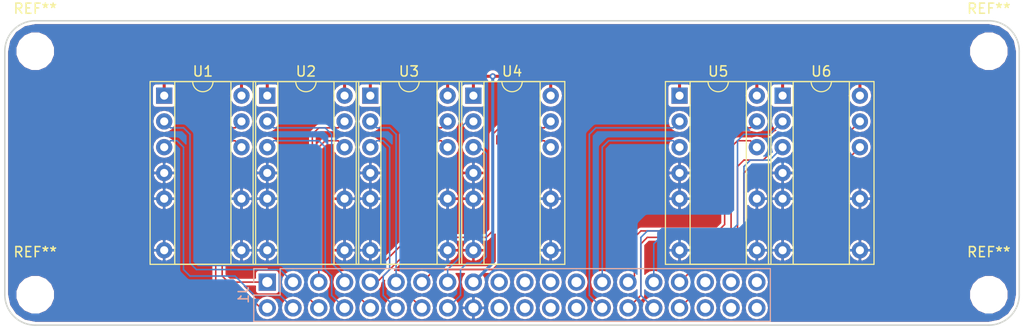
<source format=kicad_pcb>
(kicad_pcb (version 20170123) (host pcbnew "(2017-06-30 revision 5d252639f)-makepkg")
  (layers (0 F.Cu signal) (31 B.Cu signal) (34 B.Paste user) (35 F.Paste user) (36 B.SilkS user) (37 F.SilkS user) (38 B.Mask user) (39 F.Mask user) (44 Edge.Cuts user))
  (net 0 "")
  (net 1 HALT)
  (net 2 BUSACK)
  (net 3 NMI)
  (net 4 WAIT)
  (net 5 BUSRQ)
  (net 6 RFSH)
  (net 7 /D7)
  (net 8 /D6)
  (net 9 /D5)
  (net 10 /D4)
  (net 11 /D3)
  (net 12 /D2)
  (net 13 /D1)
  (net 14 /D0)
  (net 15 IORQ)
  (net 16 RD)
  (net 17 WR)
  (net 18 MREQ)
  (net 19 INT)
  (net 20 CLOCK)
  (net 21 RESET)
  (net 22 M1)
  (net 23 GND)
  (net 24 +5V)
  (net 25 /A0)
  (net 26 /A1)
  (net 27 /A2)
  (net 28 /A3)
  (net 29 /A4)
  (net 30 /A5)
  (net 31 /A6)
  (net 32 /A7)
  (net 33 /A8)
  (net 34 /A9)
  (net 35 /A10)
  (net 36 /A11)
  (net 37 /A12)
  (net 38 /A13)
  (net 39 /A14)
  (net 40 /A15)
  (module Mounting_Holes:MountingHole_3.2mm_M3 (layer F.Cu) (at 184 116)
    (fp_text reference REF** (at 0 -4.2) (layer F.SilkS))
    (fp_text value MountingHole_3.2mm_M3)
    (pad 1 np_thru_hole circle (at 0 0) (size 3.2 3.2) (drill 3.2) (layers *.Cu *.Mask))
  )
  (module Mounting_Holes:MountingHole_3.2mm_M3 (layer F.Cu) (at 90 116)
    (fp_text reference REF** (at 0 -4.2) (layer F.SilkS))
    (fp_text value MountingHole_3.2mm_M3)
    (pad 1 np_thru_hole circle (at 0 0) (size 3.2 3.2) (drill 3.2) (layers *.Cu *.Mask))
  )
  (module Pin_Headers:Pin_Header_Straight_2x20_Pitch2.54mm (layer B.Cu) (at 112.87 138.76 270)
    (fp_text reference J1 (at 1.27 2.33 270) (layer B.SilkS) (effects (justify mirror)))
    (fp_text value CONN_01X40)
    (fp_line (start -1.33 1.33) (end 0 1.33) (layer B.SilkS) (width 0.12))
    (fp_line (start -1.33 0) (end -1.33 1.33) (layer B.SilkS) (width 0.12))
    (fp_line (start 1.27 1.33) (end 3.87 1.33) (layer B.SilkS) (width 0.12))
    (fp_line (start 1.27 -1.27) (end 1.27 1.33) (layer B.SilkS) (width 0.12))
    (fp_line (start -1.33 -1.27) (end 1.27 -1.27) (layer B.SilkS) (width 0.12))
    (fp_line (start 3.87 1.33) (end 3.87 -49.59) (layer B.SilkS) (width 0.12))
    (fp_line (start -1.33 -1.27) (end -1.33 -49.59) (layer B.SilkS) (width 0.12))
    (fp_line (start -1.33 -49.59) (end 3.87 -49.59) (layer B.SilkS) (width 0.12))
    (pad 40 thru_hole oval (at 2.54 -48.26 270) (size 1.7 1.7) (drill 1) (layers *.Cu *.Mask) (net 1 HALT))
    (pad 39 thru_hole oval (at 0 -48.26 270) (size 1.7 1.7) (drill 1) (layers *.Cu *.Mask) (net 2 BUSACK))
    (pad 38 thru_hole oval (at 2.54 -45.72 270) (size 1.7 1.7) (drill 1) (layers *.Cu *.Mask) (net 3 NMI))
    (pad 37 thru_hole oval (at 0 -45.72 270) (size 1.7 1.7) (drill 1) (layers *.Cu *.Mask) (net 4 WAIT))
    (pad 36 thru_hole oval (at 2.54 -43.18 270) (size 1.7 1.7) (drill 1) (layers *.Cu *.Mask) (net 5 BUSRQ))
    (pad 35 thru_hole oval (at 0 -43.18 270) (size 1.7 1.7) (drill 1) (layers *.Cu *.Mask) (net 6 RFSH))
    (pad 34 thru_hole oval (at 2.54 -40.64 270) (size 1.7 1.7) (drill 1) (layers *.Cu *.Mask) (net 7 /D7))
    (pad 33 thru_hole oval (at 0 -40.64 270) (size 1.7 1.7) (drill 1) (layers *.Cu *.Mask) (net 8 /D6))
    (pad 32 thru_hole oval (at 2.54 -38.1 270) (size 1.7 1.7) (drill 1) (layers *.Cu *.Mask) (net 9 /D5))
    (pad 31 thru_hole oval (at 0 -38.1 270) (size 1.7 1.7) (drill 1) (layers *.Cu *.Mask) (net 10 /D4))
    (pad 30 thru_hole oval (at 2.54 -35.56 270) (size 1.7 1.7) (drill 1) (layers *.Cu *.Mask) (net 11 /D3))
    (pad 29 thru_hole oval (at 0 -35.56 270) (size 1.7 1.7) (drill 1) (layers *.Cu *.Mask) (net 12 /D2))
    (pad 28 thru_hole oval (at 2.54 -33.02 270) (size 1.7 1.7) (drill 1) (layers *.Cu *.Mask) (net 13 /D1))
    (pad 27 thru_hole oval (at 0 -33.02 270) (size 1.7 1.7) (drill 1) (layers *.Cu *.Mask) (net 14 /D0))
    (pad 26 thru_hole oval (at 2.54 -30.48 270) (size 1.7 1.7) (drill 1) (layers *.Cu *.Mask) (net 15 IORQ))
    (pad 25 thru_hole oval (at 0 -30.48 270) (size 1.7 1.7) (drill 1) (layers *.Cu *.Mask) (net 16 RD))
    (pad 24 thru_hole oval (at 2.54 -27.94 270) (size 1.7 1.7) (drill 1) (layers *.Cu *.Mask) (net 17 WR))
    (pad 23 thru_hole oval (at 0 -27.94 270) (size 1.7 1.7) (drill 1) (layers *.Cu *.Mask) (net 18 MREQ))
    (pad 22 thru_hole oval (at 2.54 -25.4 270) (size 1.7 1.7) (drill 1) (layers *.Cu *.Mask) (net 19 INT))
    (pad 21 thru_hole oval (at 0 -25.4 270) (size 1.7 1.7) (drill 1) (layers *.Cu *.Mask) (net 20 CLOCK))
    (pad 20 thru_hole oval (at 2.54 -22.86 270) (size 1.7 1.7) (drill 1) (layers *.Cu *.Mask) (net 21 RESET))
    (pad 19 thru_hole oval (at 0 -22.86 270) (size 1.7 1.7) (drill 1) (layers *.Cu *.Mask) (net 22 M1))
    (pad 18 thru_hole oval (at 2.54 -20.32 270) (size 1.7 1.7) (drill 1) (layers *.Cu *.Mask) (net 23 GND))
    (pad 17 thru_hole oval (at 0 -20.32 270) (size 1.7 1.7) (drill 1) (layers *.Cu *.Mask) (net 24 +5V))
    (pad 16 thru_hole oval (at 2.54 -17.78 270) (size 1.7 1.7) (drill 1) (layers *.Cu *.Mask) (net 25 /A0))
    (pad 15 thru_hole oval (at 0 -17.78 270) (size 1.7 1.7) (drill 1) (layers *.Cu *.Mask) (net 26 /A1))
    (pad 14 thru_hole oval (at 2.54 -15.24 270) (size 1.7 1.7) (drill 1) (layers *.Cu *.Mask) (net 27 /A2))
    (pad 13 thru_hole oval (at 0 -15.24 270) (size 1.7 1.7) (drill 1) (layers *.Cu *.Mask) (net 28 /A3))
    (pad 12 thru_hole oval (at 2.54 -12.7 270) (size 1.7 1.7) (drill 1) (layers *.Cu *.Mask) (net 29 /A4))
    (pad 11 thru_hole oval (at 0 -12.7 270) (size 1.7 1.7) (drill 1) (layers *.Cu *.Mask) (net 30 /A5))
    (pad 10 thru_hole oval (at 2.54 -10.16 270) (size 1.7 1.7) (drill 1) (layers *.Cu *.Mask) (net 31 /A6))
    (pad 9 thru_hole oval (at 0 -10.16 270) (size 1.7 1.7) (drill 1) (layers *.Cu *.Mask) (net 32 /A7))
    (pad 8 thru_hole oval (at 2.54 -7.62 270) (size 1.7 1.7) (drill 1) (layers *.Cu *.Mask) (net 33 /A8))
    (pad 7 thru_hole oval (at 0 -7.62 270) (size 1.7 1.7) (drill 1) (layers *.Cu *.Mask) (net 34 /A9))
    (pad 6 thru_hole oval (at 2.54 -5.08 270) (size 1.7 1.7) (drill 1) (layers *.Cu *.Mask) (net 35 /A10))
    (pad 5 thru_hole oval (at 0 -5.08 270) (size 1.7 1.7) (drill 1) (layers *.Cu *.Mask) (net 36 /A11))
    (pad 4 thru_hole oval (at 2.54 -2.54 270) (size 1.7 1.7) (drill 1) (layers *.Cu *.Mask) (net 37 /A12))
    (pad 3 thru_hole oval (at 0 -2.54 270) (size 1.7 1.7) (drill 1) (layers *.Cu *.Mask) (net 38 /A13))
    (pad 2 thru_hole oval (at 2.54 0 270) (size 1.7 1.7) (drill 1) (layers *.Cu *.Mask) (net 39 /A14))
    (pad 1 thru_hole rect (at 0 0 270) (size 1.7 1.7) (drill 1) (layers *.Cu *.Mask) (net 40 /A15))
  )
  (module z80:DIP-14_W7.62mm_Socket (layer F.Cu) (at 102.70998 120.379998)
    (fp_text reference U1 (at 3.81 -2.39) (layer F.SilkS))
    (fp_text value TIL311)
    (fp_arc (start 3.81 -1.39) (end 2.81 -1.39) (angle -180) (layer F.SilkS) (width 0.12))
    (fp_line (start 9.01 -1.39) (end -1.39 -1.39) (layer F.SilkS) (width 0.12))
    (fp_line (start 9.01 16.63) (end 9.01 -1.39) (layer F.SilkS) (width 0.12))
    (fp_line (start -1.39 16.63) (end 9.01 16.63) (layer F.SilkS) (width 0.12))
    (fp_line (start -1.39 -1.39) (end -1.39 16.63) (layer F.SilkS) (width 0.12))
    (fp_line (start 6.58 -1.39) (end 4.81 -1.39) (layer F.SilkS) (width 0.12))
    (fp_line (start 6.58 16.63) (end 6.58 -1.39) (layer F.SilkS) (width 0.12))
    (fp_line (start 1.04 16.63) (end 6.58 16.63) (layer F.SilkS) (width 0.12))
    (fp_line (start 1.04 -1.39) (end 1.04 16.63) (layer F.SilkS) (width 0.12))
    (fp_line (start 2.81 -1.39) (end 1.04 -1.39) (layer F.SilkS) (width 0.12))
    (pad 14 thru_hole oval (at 7.62 0) (size 1.6 1.6) (drill 0.8) (layers *.Cu *.Mask) (net 24 +5V))
    (pad 7 thru_hole oval (at 0 15.24) (size 1.6 1.6) (drill 0.8) (layers *.Cu *.Mask) (net 23 GND))
    (pad 13 thru_hole oval (at 7.62 2.54) (size 1.6 1.6) (drill 0.8) (layers *.Cu *.Mask) (net 39 /A14))
    (pad 12 thru_hole oval (at 7.62 5.08) (size 1.6 1.6) (drill 0.8) (layers *.Cu *.Mask) (net 40 /A15))
    (pad 5 thru_hole oval (at 0 10.16) (size 1.6 1.6) (drill 0.8) (layers *.Cu *.Mask) (net 23 GND))
    (pad 4 thru_hole oval (at 0 7.62) (size 1.6 1.6) (drill 0.8) (layers *.Cu *.Mask) (net 23 GND))
    (pad 10 thru_hole oval (at 7.62 10.16) (size 1.6 1.6) (drill 0.8) (layers *.Cu *.Mask) (net 23 GND))
    (pad 3 thru_hole oval (at 0 5.08) (size 1.6 1.6) (drill 0.8) (layers *.Cu *.Mask) (net 37 /A12))
    (pad 2 thru_hole oval (at 0 2.54) (size 1.6 1.6) (drill 0.8) (layers *.Cu *.Mask) (net 38 /A13))
    (pad 8 thru_hole oval (at 7.62 15.24) (size 1.6 1.6) (drill 0.8) (layers *.Cu *.Mask) (net 23 GND))
    (pad 1 thru_hole rect (at 0 0) (size 1.6 1.6) (drill 0.8) (layers *.Cu *.Mask) (net 24 +5V))
  )
  (module z80:DIP-14_W7.62mm_Socket (layer F.Cu) (at 112.86998 120.379998)
    (fp_text reference U2 (at 3.81 -2.39) (layer F.SilkS))
    (fp_text value TIL311)
    (fp_line (start 2.81 -1.39) (end 1.04 -1.39) (layer F.SilkS) (width 0.12))
    (fp_line (start 1.04 -1.39) (end 1.04 16.63) (layer F.SilkS) (width 0.12))
    (fp_line (start 1.04 16.63) (end 6.58 16.63) (layer F.SilkS) (width 0.12))
    (fp_line (start 6.58 16.63) (end 6.58 -1.39) (layer F.SilkS) (width 0.12))
    (fp_line (start 6.58 -1.39) (end 4.81 -1.39) (layer F.SilkS) (width 0.12))
    (fp_line (start -1.39 -1.39) (end -1.39 16.63) (layer F.SilkS) (width 0.12))
    (fp_line (start -1.39 16.63) (end 9.01 16.63) (layer F.SilkS) (width 0.12))
    (fp_line (start 9.01 16.63) (end 9.01 -1.39) (layer F.SilkS) (width 0.12))
    (fp_line (start 9.01 -1.39) (end -1.39 -1.39) (layer F.SilkS) (width 0.12))
    (fp_arc (start 3.81 -1.39) (end 2.81 -1.39) (angle -180) (layer F.SilkS) (width 0.12))
    (pad 1 thru_hole rect (at 0 0) (size 1.6 1.6) (drill 0.8) (layers *.Cu *.Mask) (net 24 +5V))
    (pad 8 thru_hole oval (at 7.62 15.24) (size 1.6 1.6) (drill 0.8) (layers *.Cu *.Mask) (net 23 GND))
    (pad 2 thru_hole oval (at 0 2.54) (size 1.6 1.6) (drill 0.8) (layers *.Cu *.Mask) (net 34 /A9))
    (pad 3 thru_hole oval (at 0 5.08) (size 1.6 1.6) (drill 0.8) (layers *.Cu *.Mask) (net 33 /A8))
    (pad 10 thru_hole oval (at 7.62 10.16) (size 1.6 1.6) (drill 0.8) (layers *.Cu *.Mask) (net 23 GND))
    (pad 4 thru_hole oval (at 0 7.62) (size 1.6 1.6) (drill 0.8) (layers *.Cu *.Mask) (net 23 GND))
    (pad 5 thru_hole oval (at 0 10.16) (size 1.6 1.6) (drill 0.8) (layers *.Cu *.Mask) (net 23 GND))
    (pad 12 thru_hole oval (at 7.62 5.08) (size 1.6 1.6) (drill 0.8) (layers *.Cu *.Mask) (net 36 /A11))
    (pad 13 thru_hole oval (at 7.62 2.54) (size 1.6 1.6) (drill 0.8) (layers *.Cu *.Mask) (net 35 /A10))
    (pad 7 thru_hole oval (at 0 15.24) (size 1.6 1.6) (drill 0.8) (layers *.Cu *.Mask) (net 23 GND))
    (pad 14 thru_hole oval (at 7.62 0) (size 1.6 1.6) (drill 0.8) (layers *.Cu *.Mask) (net 24 +5V))
  )
  (module z80:DIP-14_W7.62mm_Socket (layer F.Cu) (at 123.02998 120.379998)
    (fp_text reference U3 (at 3.81 -2.39) (layer F.SilkS))
    (fp_text value TIL311)
    (fp_arc (start 3.81 -1.39) (end 2.81 -1.39) (angle -180) (layer F.SilkS) (width 0.12))
    (fp_line (start 9.01 -1.39) (end -1.39 -1.39) (layer F.SilkS) (width 0.12))
    (fp_line (start 9.01 16.63) (end 9.01 -1.39) (layer F.SilkS) (width 0.12))
    (fp_line (start -1.39 16.63) (end 9.01 16.63) (layer F.SilkS) (width 0.12))
    (fp_line (start -1.39 -1.39) (end -1.39 16.63) (layer F.SilkS) (width 0.12))
    (fp_line (start 6.58 -1.39) (end 4.81 -1.39) (layer F.SilkS) (width 0.12))
    (fp_line (start 6.58 16.63) (end 6.58 -1.39) (layer F.SilkS) (width 0.12))
    (fp_line (start 1.04 16.63) (end 6.58 16.63) (layer F.SilkS) (width 0.12))
    (fp_line (start 1.04 -1.39) (end 1.04 16.63) (layer F.SilkS) (width 0.12))
    (fp_line (start 2.81 -1.39) (end 1.04 -1.39) (layer F.SilkS) (width 0.12))
    (pad 14 thru_hole oval (at 7.62 0) (size 1.6 1.6) (drill 0.8) (layers *.Cu *.Mask) (net 24 +5V))
    (pad 7 thru_hole oval (at 0 15.24) (size 1.6 1.6) (drill 0.8) (layers *.Cu *.Mask) (net 23 GND))
    (pad 13 thru_hole oval (at 7.62 2.54) (size 1.6 1.6) (drill 0.8) (layers *.Cu *.Mask) (net 31 /A6))
    (pad 12 thru_hole oval (at 7.62 5.08) (size 1.6 1.6) (drill 0.8) (layers *.Cu *.Mask) (net 32 /A7))
    (pad 5 thru_hole oval (at 0 10.16) (size 1.6 1.6) (drill 0.8) (layers *.Cu *.Mask) (net 23 GND))
    (pad 4 thru_hole oval (at 0 7.62) (size 1.6 1.6) (drill 0.8) (layers *.Cu *.Mask) (net 23 GND))
    (pad 10 thru_hole oval (at 7.62 10.16) (size 1.6 1.6) (drill 0.8) (layers *.Cu *.Mask) (net 23 GND))
    (pad 3 thru_hole oval (at 0 5.08) (size 1.6 1.6) (drill 0.8) (layers *.Cu *.Mask) (net 29 /A4))
    (pad 2 thru_hole oval (at 0 2.54) (size 1.6 1.6) (drill 0.8) (layers *.Cu *.Mask) (net 30 /A5))
    (pad 8 thru_hole oval (at 7.62 15.24) (size 1.6 1.6) (drill 0.8) (layers *.Cu *.Mask) (net 23 GND))
    (pad 1 thru_hole rect (at 0 0) (size 1.6 1.6) (drill 0.8) (layers *.Cu *.Mask) (net 24 +5V))
  )
  (module z80:DIP-14_W7.62mm_Socket (layer F.Cu) (at 133.18998 120.379998)
    (fp_text reference U4 (at 3.81 -2.39) (layer F.SilkS))
    (fp_text value TIL311)
    (fp_line (start 2.81 -1.39) (end 1.04 -1.39) (layer F.SilkS) (width 0.12))
    (fp_line (start 1.04 -1.39) (end 1.04 16.63) (layer F.SilkS) (width 0.12))
    (fp_line (start 1.04 16.63) (end 6.58 16.63) (layer F.SilkS) (width 0.12))
    (fp_line (start 6.58 16.63) (end 6.58 -1.39) (layer F.SilkS) (width 0.12))
    (fp_line (start 6.58 -1.39) (end 4.81 -1.39) (layer F.SilkS) (width 0.12))
    (fp_line (start -1.39 -1.39) (end -1.39 16.63) (layer F.SilkS) (width 0.12))
    (fp_line (start -1.39 16.63) (end 9.01 16.63) (layer F.SilkS) (width 0.12))
    (fp_line (start 9.01 16.63) (end 9.01 -1.39) (layer F.SilkS) (width 0.12))
    (fp_line (start 9.01 -1.39) (end -1.39 -1.39) (layer F.SilkS) (width 0.12))
    (fp_arc (start 3.81 -1.39) (end 2.81 -1.39) (angle -180) (layer F.SilkS) (width 0.12))
    (pad 1 thru_hole rect (at 0 0) (size 1.6 1.6) (drill 0.8) (layers *.Cu *.Mask) (net 24 +5V))
    (pad 8 thru_hole oval (at 7.62 15.24) (size 1.6 1.6) (drill 0.8) (layers *.Cu *.Mask) (net 23 GND))
    (pad 2 thru_hole oval (at 0 2.54) (size 1.6 1.6) (drill 0.8) (layers *.Cu *.Mask) (net 26 /A1))
    (pad 3 thru_hole oval (at 0 5.08) (size 1.6 1.6) (drill 0.8) (layers *.Cu *.Mask) (net 25 /A0))
    (pad 10 thru_hole oval (at 7.62 10.16) (size 1.6 1.6) (drill 0.8) (layers *.Cu *.Mask) (net 23 GND))
    (pad 4 thru_hole oval (at 0 7.62) (size 1.6 1.6) (drill 0.8) (layers *.Cu *.Mask) (net 23 GND))
    (pad 5 thru_hole oval (at 0 10.16) (size 1.6 1.6) (drill 0.8) (layers *.Cu *.Mask) (net 23 GND))
    (pad 12 thru_hole oval (at 7.62 5.08) (size 1.6 1.6) (drill 0.8) (layers *.Cu *.Mask) (net 28 /A3))
    (pad 13 thru_hole oval (at 7.62 2.54) (size 1.6 1.6) (drill 0.8) (layers *.Cu *.Mask) (net 27 /A2))
    (pad 7 thru_hole oval (at 0 15.24) (size 1.6 1.6) (drill 0.8) (layers *.Cu *.Mask) (net 23 GND))
    (pad 14 thru_hole oval (at 7.62 0) (size 1.6 1.6) (drill 0.8) (layers *.Cu *.Mask) (net 24 +5V))
  )
  (module z80:DIP-14_W7.62mm_Socket (layer F.Cu) (at 153.50998 120.379998)
    (fp_text reference U5 (at 3.81 -2.39) (layer F.SilkS))
    (fp_text value TIL311)
    (fp_arc (start 3.81 -1.39) (end 2.81 -1.39) (angle -180) (layer F.SilkS) (width 0.12))
    (fp_line (start 9.01 -1.39) (end -1.39 -1.39) (layer F.SilkS) (width 0.12))
    (fp_line (start 9.01 16.63) (end 9.01 -1.39) (layer F.SilkS) (width 0.12))
    (fp_line (start -1.39 16.63) (end 9.01 16.63) (layer F.SilkS) (width 0.12))
    (fp_line (start -1.39 -1.39) (end -1.39 16.63) (layer F.SilkS) (width 0.12))
    (fp_line (start 6.58 -1.39) (end 4.81 -1.39) (layer F.SilkS) (width 0.12))
    (fp_line (start 6.58 16.63) (end 6.58 -1.39) (layer F.SilkS) (width 0.12))
    (fp_line (start 1.04 16.63) (end 6.58 16.63) (layer F.SilkS) (width 0.12))
    (fp_line (start 1.04 -1.39) (end 1.04 16.63) (layer F.SilkS) (width 0.12))
    (fp_line (start 2.81 -1.39) (end 1.04 -1.39) (layer F.SilkS) (width 0.12))
    (pad 14 thru_hole oval (at 7.62 0) (size 1.6 1.6) (drill 0.8) (layers *.Cu *.Mask) (net 24 +5V))
    (pad 7 thru_hole oval (at 0 15.24) (size 1.6 1.6) (drill 0.8) (layers *.Cu *.Mask) (net 23 GND))
    (pad 13 thru_hole oval (at 7.62 2.54) (size 1.6 1.6) (drill 0.8) (layers *.Cu *.Mask) (net 12 /D2))
    (pad 12 thru_hole oval (at 7.62 5.08) (size 1.6 1.6) (drill 0.8) (layers *.Cu *.Mask) (net 11 /D3))
    (pad 5 thru_hole oval (at 0 10.16) (size 1.6 1.6) (drill 0.8) (layers *.Cu *.Mask) (net 23 GND))
    (pad 4 thru_hole oval (at 0 7.62) (size 1.6 1.6) (drill 0.8) (layers *.Cu *.Mask) (net 23 GND))
    (pad 10 thru_hole oval (at 7.62 10.16) (size 1.6 1.6) (drill 0.8) (layers *.Cu *.Mask) (net 23 GND))
    (pad 3 thru_hole oval (at 0 5.08) (size 1.6 1.6) (drill 0.8) (layers *.Cu *.Mask) (net 14 /D0))
    (pad 2 thru_hole oval (at 0 2.54) (size 1.6 1.6) (drill 0.8) (layers *.Cu *.Mask) (net 13 /D1))
    (pad 8 thru_hole oval (at 7.62 15.24) (size 1.6 1.6) (drill 0.8) (layers *.Cu *.Mask) (net 23 GND))
    (pad 1 thru_hole rect (at 0 0) (size 1.6 1.6) (drill 0.8) (layers *.Cu *.Mask) (net 24 +5V))
  )
  (module z80:DIP-14_W7.62mm_Socket (layer F.Cu) (at 163.66998 120.379998)
    (fp_text reference U6 (at 3.81 -2.39) (layer F.SilkS))
    (fp_text value TIL311)
    (fp_line (start 2.81 -1.39) (end 1.04 -1.39) (layer F.SilkS) (width 0.12))
    (fp_line (start 1.04 -1.39) (end 1.04 16.63) (layer F.SilkS) (width 0.12))
    (fp_line (start 1.04 16.63) (end 6.58 16.63) (layer F.SilkS) (width 0.12))
    (fp_line (start 6.58 16.63) (end 6.58 -1.39) (layer F.SilkS) (width 0.12))
    (fp_line (start 6.58 -1.39) (end 4.81 -1.39) (layer F.SilkS) (width 0.12))
    (fp_line (start -1.39 -1.39) (end -1.39 16.63) (layer F.SilkS) (width 0.12))
    (fp_line (start -1.39 16.63) (end 9.01 16.63) (layer F.SilkS) (width 0.12))
    (fp_line (start 9.01 16.63) (end 9.01 -1.39) (layer F.SilkS) (width 0.12))
    (fp_line (start 9.01 -1.39) (end -1.39 -1.39) (layer F.SilkS) (width 0.12))
    (fp_arc (start 3.81 -1.39) (end 2.81 -1.39) (angle -180) (layer F.SilkS) (width 0.12))
    (pad 1 thru_hole rect (at 0 0) (size 1.6 1.6) (drill 0.8) (layers *.Cu *.Mask) (net 24 +5V))
    (pad 8 thru_hole oval (at 7.62 15.24) (size 1.6 1.6) (drill 0.8) (layers *.Cu *.Mask) (net 23 GND))
    (pad 2 thru_hole oval (at 0 2.54) (size 1.6 1.6) (drill 0.8) (layers *.Cu *.Mask) (net 9 /D5))
    (pad 3 thru_hole oval (at 0 5.08) (size 1.6 1.6) (drill 0.8) (layers *.Cu *.Mask) (net 10 /D4))
    (pad 10 thru_hole oval (at 7.62 10.16) (size 1.6 1.6) (drill 0.8) (layers *.Cu *.Mask) (net 23 GND))
    (pad 4 thru_hole oval (at 0 7.62) (size 1.6 1.6) (drill 0.8) (layers *.Cu *.Mask) (net 23 GND))
    (pad 5 thru_hole oval (at 0 10.16) (size 1.6 1.6) (drill 0.8) (layers *.Cu *.Mask) (net 23 GND))
    (pad 12 thru_hole oval (at 7.62 5.08) (size 1.6 1.6) (drill 0.8) (layers *.Cu *.Mask) (net 7 /D7))
    (pad 13 thru_hole oval (at 7.62 2.54) (size 1.6 1.6) (drill 0.8) (layers *.Cu *.Mask) (net 8 /D6))
    (pad 7 thru_hole oval (at 0 15.24) (size 1.6 1.6) (drill 0.8) (layers *.Cu *.Mask) (net 23 GND))
    (pad 14 thru_hole oval (at 7.62 0) (size 1.6 1.6) (drill 0.8) (layers *.Cu *.Mask) (net 24 +5V))
  )
  (module Mounting_Holes:MountingHole_3.2mm_M3 (layer F.Cu) (at 90 140)
    (fp_text reference REF** (at 0 -4.2) (layer F.SilkS))
    (fp_text value MountingHole_3.2mm_M3)
    (pad 1 np_thru_hole circle (at 0 0) (size 3.2 3.2) (drill 3.2) (layers *.Cu *.Mask))
  )
  (module Mounting_Holes:MountingHole_3.2mm_M3 (layer F.Cu) (at 184 140)
    (fp_text reference REF** (at 0 -4.2) (layer F.SilkS))
    (fp_text value MountingHole_3.2mm_M3)
    (pad 1 np_thru_hole circle (at 0 0) (size 3.2 3.2) (drill 3.2) (layers *.Cu *.Mask))
  )
  (gr_line (start 187 140) (end 187 140) (layer Edge.Cuts) (width 0.15))
  (gr_line (start 187 116) (end 187 140) (layer Edge.Cuts) (width 0.15))
  (gr_line (start 184 113) (end 184 113) (layer Edge.Cuts) (width 0.15))
  (gr_line (start 90 113) (end 184 113) (layer Edge.Cuts) (width 0.15))
  (gr_line (start 87 116) (end 87 116) (layer Edge.Cuts) (width 0.15))
  (gr_line (start 87 140) (end 87 116) (layer Edge.Cuts) (width 0.15))
  (gr_arc (start 184 116) (end 187 116) (angle -90) (layer Edge.Cuts) (width 0.15))
  (gr_arc (start 90 116) (end 90 113) (angle -90) (layer Edge.Cuts) (width 0.15))
  (gr_arc (start 184 140) (end 187 140) (angle 90) (layer Edge.Cuts) (width 0.15))
  (gr_arc (start 90 140) (end 90 143) (angle 90) (layer Edge.Cuts) (width 0.15))
  (gr_line (start 90 143) (end 184 143) (angle 90) (layer Edge.Cuts) (width 0.15))
  (segment (start 159.85998 129.904998) (end 159.85998 127.999998) (width 0.152) (layer F.Cu) (net 7))
  (segment (start 154.77998 140.064998) (end 154.77998 138.159998) (width 0.152) (layer F.Cu) (net 7))
  (segment (start 154.77998 138.159998) (end 155.41498 137.524998) (width 0.152) (layer F.Cu) (net 7))
  (segment (start 153.544978 141.3) (end 154.77998 140.064998) (width 0.152) (layer F.Cu) (net 7))
  (segment (start 159.85998 129.904998) (end 159.85998 134.984998) (width 0.152) (layer F.Cu) (net 7))
  (segment (start 155.41498 136.254998) (end 156.04998 135.619998) (width 0.152) (layer F.Cu) (net 7))
  (segment (start 156.04998 135.619998) (end 159.22498 135.619998) (width 0.152) (layer F.Cu) (net 7))
  (segment (start 159.22498 135.619998) (end 159.85998 134.984998) (width 0.152) (layer F.Cu) (net 7))
  (segment (start 155.41498 137.524998) (end 155.41498 136.254998) (width 0.152) (layer F.Cu) (net 7))
  (segment (start 162.39998 127.364998) (end 163.03498 126.729998) (width 0.152) (layer F.Cu) (net 7))
  (segment (start 170.01998 126.729998) (end 171.28998 125.459998) (width 0.152) (layer F.Cu) (net 7))
  (segment (start 163.03498 126.729998) (end 170.01998 126.729998) (width 0.152) (layer F.Cu) (net 7))
  (segment (start 159.85998 127.999998) (end 160.49498 127.364998) (width 0.152) (layer F.Cu) (net 7))
  (segment (start 160.49498 127.364998) (end 162.39998 127.364998) (width 0.152) (layer F.Cu) (net 7))
  (segment (start 153.51 141.3) (end 153.544978 141.3) (width 0.25) (layer F.Cu) (net 7))
  (segment (start 161.76498 126.729998) (end 162.39998 126.094998) (width 0.152) (layer F.Cu) (net 8))
  (segment (start 170.01998 124.189998) (end 171.28998 122.919998) (width 0.152) (layer F.Cu) (net 8))
  (segment (start 159.85998 126.729998) (end 161.76498 126.729998) (width 0.152) (layer F.Cu) (net 8))
  (segment (start 159.22498 134.349998) (end 159.22498 127.364998) (width 0.152) (layer F.Cu) (net 8))
  (segment (start 159.22498 127.364998) (end 159.85998 126.729998) (width 0.152) (layer F.Cu) (net 8))
  (segment (start 153.544978 138.76) (end 154.77998 137.524998) (width 0.152) (layer F.Cu) (net 8))
  (segment (start 154.77998 135.619998) (end 155.41498 134.984998) (width 0.152) (layer F.Cu) (net 8))
  (segment (start 155.41498 134.984998) (end 158.58998 134.984998) (width 0.152) (layer F.Cu) (net 8))
  (segment (start 158.58998 134.984998) (end 159.22498 134.349998) (width 0.152) (layer F.Cu) (net 8))
  (segment (start 154.77998 137.524998) (end 154.77998 135.619998) (width 0.152) (layer F.Cu) (net 8))
  (segment (start 162.39998 126.094998) (end 162.39998 124.824998) (width 0.152) (layer F.Cu) (net 8))
  (segment (start 162.39998 124.824998) (end 163.03498 124.189998) (width 0.152) (layer F.Cu) (net 8))
  (segment (start 163.03498 124.189998) (end 170.01998 124.189998) (width 0.152) (layer F.Cu) (net 8))
  (segment (start 153.51 138.76) (end 153.544978 138.76) (width 0.152) (layer F.Cu) (net 8))
  (segment (start 149.69998 134.984998) (end 149.69998 134.349998) (width 0.152) (layer B.Cu) (net 9))
  (segment (start 159.22498 133.079998) (end 159.22498 131.809998) (width 0.152) (layer B.Cu) (net 9))
  (segment (start 158.58998 133.714998) (end 159.22498 133.079998) (width 0.152) (layer B.Cu) (net 9))
  (segment (start 150.33498 133.714998) (end 158.58998 133.714998) (width 0.152) (layer B.Cu) (net 9))
  (segment (start 149.69998 134.349998) (end 150.33498 133.714998) (width 0.152) (layer B.Cu) (net 9))
  (segment (start 159.85998 124.189998) (end 159.22498 124.824998) (width 0.152) (layer B.Cu) (net 9))
  (segment (start 159.22498 131.809998) (end 159.22498 124.824998) (width 0.152) (layer B.Cu) (net 9))
  (segment (start 150.97 141.3) (end 150.934982 141.3) (width 0.25) (layer B.Cu) (net 9))
  (segment (start 150.934982 141.3) (end 149.69998 140.064998) (width 0.152) (layer B.Cu) (net 9))
  (segment (start 149.69998 140.064998) (end 149.69998 134.984998) (width 0.152) (layer B.Cu) (net 9))
  (segment (start 159.85998 124.189998) (end 162.39998 124.189998) (width 0.152) (layer B.Cu) (net 9))
  (segment (start 162.39998 124.189998) (end 163.66998 122.919998) (width 0.152) (layer B.Cu) (net 9))
  (segment (start 150.97 134.984998) (end 150.97 134.984978) (width 0.152) (layer B.Cu) (net 10))
  (segment (start 159.85998 133.714998) (end 159.85998 132.444998) (width 0.152) (layer B.Cu) (net 10))
  (segment (start 159.22498 134.349998) (end 159.85998 133.714998) (width 0.152) (layer B.Cu) (net 10))
  (segment (start 151.60498 134.349998) (end 159.22498 134.349998) (width 0.152) (layer B.Cu) (net 10))
  (segment (start 150.97 134.984978) (end 151.60498 134.349998) (width 0.152) (layer B.Cu) (net 10))
  (segment (start 159.85998 127.364998) (end 160.49498 126.729998) (width 0.152) (layer B.Cu) (net 10))
  (segment (start 160.49498 126.729998) (end 162.39998 126.729998) (width 0.152) (layer B.Cu) (net 10))
  (segment (start 162.39998 126.729998) (end 163.66998 125.459998) (width 0.152) (layer B.Cu) (net 10))
  (segment (start 159.85998 132.444998) (end 159.85998 127.364998) (width 0.152) (layer B.Cu) (net 10))
  (segment (start 150.97 138.76) (end 150.97 134.984998) (width 0.152) (layer B.Cu) (net 10))
  (segment (start 161.12998 125.459998) (end 160.49498 124.824998) (width 0.152) (layer F.Cu) (net 11))
  (segment (start 158.58998 125.459998) (end 158.58998 126.094998) (width 0.152) (layer F.Cu) (net 11))
  (segment (start 159.22498 124.824998) (end 158.58998 125.459998) (width 0.152) (layer F.Cu) (net 11))
  (segment (start 160.49498 124.824998) (end 159.22498 124.824998) (width 0.152) (layer F.Cu) (net 11))
  (segment (start 158.58998 126.729998) (end 158.58998 126.094998) (width 0.152) (layer F.Cu) (net 11))
  (segment (start 149.69998 134.984998) (end 150.33498 134.349998) (width 0.152) (layer F.Cu) (net 11))
  (segment (start 158.58998 133.714998) (end 158.58998 126.729998) (width 0.152) (layer F.Cu) (net 11))
  (segment (start 157.95498 134.349998) (end 158.58998 133.714998) (width 0.152) (layer F.Cu) (net 11))
  (segment (start 150.33498 134.349998) (end 157.95498 134.349998) (width 0.152) (layer F.Cu) (net 11))
  (segment (start 148.464978 141.3) (end 149.69998 140.064998) (width 0.152) (layer F.Cu) (net 11))
  (segment (start 149.69998 140.064998) (end 149.69998 134.984998) (width 0.152) (layer F.Cu) (net 11))
  (segment (start 160.49498 125.459998) (end 161.12998 125.459998) (width 0.152) (layer F.Cu) (net 11))
  (segment (start 148.43 141.3) (end 148.464978 141.3) (width 0.25) (layer F.Cu) (net 11))
  (segment (start 161.12998 122.919998) (end 160.49498 123.554998) (width 0.152) (layer F.Cu) (net 12))
  (segment (start 158.58998 123.554998) (end 157.95498 124.189998) (width 0.152) (layer F.Cu) (net 12))
  (segment (start 160.49498 123.554998) (end 158.58998 123.554998) (width 0.152) (layer F.Cu) (net 12))
  (segment (start 148.464978 138.76) (end 149.06498 138.159998) (width 0.152) (layer F.Cu) (net 12))
  (segment (start 149.06498 138.159998) (end 149.06498 137.524998) (width 0.152) (layer F.Cu) (net 12))
  (segment (start 149.06498 134.349998) (end 149.69998 133.714998) (width 0.152) (layer F.Cu) (net 12))
  (segment (start 157.95498 133.079998) (end 157.95498 124.189998) (width 0.152) (layer F.Cu) (net 12))
  (segment (start 157.31998 133.714998) (end 157.95498 133.079998) (width 0.152) (layer F.Cu) (net 12))
  (segment (start 149.69998 133.714998) (end 157.31998 133.714998) (width 0.152) (layer F.Cu) (net 12))
  (segment (start 149.06498 137.524998) (end 149.06498 134.349998) (width 0.152) (layer F.Cu) (net 12))
  (segment (start 148.43 138.76) (end 148.464978 138.76) (width 0.152) (layer F.Cu) (net 12))
  (segment (start 148.43 138.76) (end 148.43 138.159978) (width 0.152) (layer F.Cu) (net 12))
  (segment (start 153.50998 122.919998) (end 152.87498 123.554998) (width 0.152) (layer B.Cu) (net 13))
  (segment (start 145.25498 123.554998) (end 144.61998 124.189998) (width 0.152) (layer B.Cu) (net 13))
  (segment (start 152.87498 123.554998) (end 145.25498 123.554998) (width 0.152) (layer B.Cu) (net 13))
  (segment (start 145.89 141.3) (end 145.854982 141.3) (width 0.25) (layer B.Cu) (net 13))
  (segment (start 145.854982 141.3) (end 144.61998 140.064998) (width 0.152) (layer B.Cu) (net 13))
  (segment (start 144.61998 140.064998) (end 144.61998 124.189998) (width 0.152) (layer B.Cu) (net 13))
  (segment (start 153.50998 125.459998) (end 152.87498 124.824998) (width 0.152) (layer B.Cu) (net 14))
  (segment (start 145.88998 126.094998) (end 145.89 126.095018) (width 0.152) (layer B.Cu) (net 14))
  (segment (start 145.88998 125.459998) (end 145.88998 126.094998) (width 0.152) (layer B.Cu) (net 14))
  (segment (start 146.52498 124.824998) (end 145.88998 125.459998) (width 0.152) (layer B.Cu) (net 14))
  (segment (start 152.87498 124.824998) (end 146.52498 124.824998) (width 0.152) (layer B.Cu) (net 14))
  (segment (start 145.89 138.76) (end 145.89 126.095018) (width 0.152) (layer B.Cu) (net 14))
  (segment (start 153.50994 125.460038) (end 153.50998 125.459998) (width 0.25) (layer B.Cu) (net 14))
  (segment (start 170.65498 118.474998) (end 171.28998 119.109998) (width 0.3) (layer F.Cu) (net 24))
  (segment (start 133.19 138.76) (end 133.224978 138.76) (width 0.3) (layer B.Cu) (net 24))
  (segment (start 133.224978 138.76) (end 135.09498 136.889998) (width 0.3) (layer B.Cu) (net 24))
  (segment (start 135.09498 136.889998) (end 135.09498 118.474998) (width 0.3) (layer B.Cu) (net 24))
  (via (at 135.09498 118.474998) (size 0.6) (drill 0.3) (layers F.Cu B.Cu) (net 24))
  (segment (start 163.66998 118.474998) (end 170.65498 118.474998) (width 0.3) (layer F.Cu) (net 24))
  (segment (start 171.28998 119.109998) (end 171.28998 120.379998) (width 0.3) (layer F.Cu) (net 24))
  (segment (start 161.12998 118.474998) (end 163.66998 118.474998) (width 0.3) (layer F.Cu) (net 24))
  (segment (start 163.66998 118.474998) (end 163.66998 120.379998) (width 0.3) (layer F.Cu) (net 24))
  (segment (start 153.50998 118.474998) (end 161.12998 118.474998) (width 0.3) (layer F.Cu) (net 24))
  (segment (start 161.12998 118.474998) (end 161.12998 120.379998) (width 0.3) (layer F.Cu) (net 24))
  (segment (start 140.80998 118.474998) (end 153.50998 118.474998) (width 0.3) (layer F.Cu) (net 24))
  (segment (start 153.50998 118.474998) (end 153.50998 120.379998) (width 0.3) (layer F.Cu) (net 24))
  (segment (start 133.18998 118.474998) (end 135.09498 118.474998) (width 0.3) (layer F.Cu) (net 24))
  (segment (start 135.09498 118.474998) (end 140.80998 118.474998) (width 0.3) (layer F.Cu) (net 24))
  (segment (start 140.80998 118.474998) (end 140.80998 120.379998) (width 0.3) (layer F.Cu) (net 24))
  (segment (start 130.64998 118.474998) (end 133.18998 118.474998) (width 0.3) (layer F.Cu) (net 24))
  (segment (start 133.18998 118.474998) (end 133.18998 120.379998) (width 0.3) (layer F.Cu) (net 24))
  (segment (start 123.02998 118.474998) (end 130.64998 118.474998) (width 0.3) (layer F.Cu) (net 24))
  (segment (start 130.64998 118.474998) (end 130.64998 120.379998) (width 0.3) (layer F.Cu) (net 24))
  (segment (start 120.48998 118.474998) (end 123.02998 118.474998) (width 0.3) (layer F.Cu) (net 24))
  (segment (start 123.02998 118.474998) (end 123.02998 120.379998) (width 0.3) (layer F.Cu) (net 24))
  (segment (start 112.86998 118.474998) (end 120.48998 118.474998) (width 0.3) (layer F.Cu) (net 24))
  (segment (start 120.48998 118.474998) (end 120.48998 120.379998) (width 0.3) (layer F.Cu) (net 24))
  (segment (start 110.32998 118.474998) (end 112.86998 118.474998) (width 0.3) (layer F.Cu) (net 24))
  (segment (start 112.86998 118.474998) (end 112.86998 120.379998) (width 0.3) (layer F.Cu) (net 24))
  (segment (start 102.70998 120.379998) (end 102.70998 119.109998) (width 0.3) (layer F.Cu) (net 24))
  (segment (start 110.32998 118.474998) (end 110.32998 120.379998) (width 0.3) (layer F.Cu) (net 24))
  (segment (start 103.34498 118.474998) (end 110.32998 118.474998) (width 0.3) (layer F.Cu) (net 24))
  (segment (start 102.70998 119.109998) (end 103.34498 118.474998) (width 0.3) (layer F.Cu) (net 24))
  (segment (start 134.45998 127.364998) (end 134.45998 126.094998) (width 0.152) (layer B.Cu) (net 25))
  (segment (start 131.91998 140.064998) (end 131.91998 137.524998) (width 0.152) (layer B.Cu) (net 25))
  (segment (start 131.91998 137.524998) (end 132.55498 136.889998) (width 0.152) (layer B.Cu) (net 25))
  (segment (start 132.55498 136.889998) (end 133.82498 136.889998) (width 0.152) (layer B.Cu) (net 25))
  (segment (start 133.82498 136.889998) (end 134.45998 136.254998) (width 0.152) (layer B.Cu) (net 25))
  (segment (start 134.45998 136.254998) (end 134.45998 127.364998) (width 0.152) (layer B.Cu) (net 25))
  (segment (start 130.684978 141.3) (end 131.91998 140.064998) (width 0.152) (layer B.Cu) (net 25))
  (segment (start 134.45998 126.094998) (end 133.82498 125.459998) (width 0.152) (layer B.Cu) (net 25))
  (segment (start 133.82498 125.459998) (end 133.18998 125.459998) (width 0.152) (layer B.Cu) (net 25))
  (segment (start 130.65 141.3) (end 130.684978 141.3) (width 0.152) (layer B.Cu) (net 25))
  (segment (start 130.65 141.3) (end 130.614982 141.3) (width 0.25) (layer B.Cu) (net 25))
  (segment (start 131.91998 124.189998) (end 131.91998 123.554998) (width 0.152) (layer B.Cu) (net 26))
  (segment (start 131.91998 123.554998) (end 132.55498 122.919998) (width 0.152) (layer B.Cu) (net 26))
  (segment (start 132.55498 122.919998) (end 133.18998 122.919998) (width 0.152) (layer B.Cu) (net 26))
  (segment (start 131.91998 127.364998) (end 131.91998 124.189998) (width 0.152) (layer B.Cu) (net 26))
  (segment (start 130.65 137.525018) (end 131.91998 136.255038) (width 0.152) (layer B.Cu) (net 26))
  (segment (start 131.91998 136.255038) (end 131.91998 134.984998) (width 0.152) (layer B.Cu) (net 26))
  (segment (start 130.65 138.76) (end 130.65 137.525018) (width 0.152) (layer B.Cu) (net 26))
  (segment (start 131.91998 134.984998) (end 131.91998 127.364998) (width 0.152) (layer B.Cu) (net 26))
  (segment (start 130.65 138.76) (end 130.684978 138.76) (width 0.25) (layer B.Cu) (net 26))
  (segment (start 140.80998 122.919998) (end 140.17498 123.554998) (width 0.152) (layer F.Cu) (net 27))
  (segment (start 135.72998 123.554998) (end 135.09498 124.189998) (width 0.152) (layer F.Cu) (net 27))
  (segment (start 140.17498 123.554998) (end 135.72998 123.554998) (width 0.152) (layer F.Cu) (net 27))
  (segment (start 128.11 141.3) (end 128.074982 141.3) (width 0.25) (layer F.Cu) (net 27))
  (segment (start 128.074982 141.3) (end 126.83998 140.064998) (width 0.152) (layer F.Cu) (net 27))
  (segment (start 135.09498 133.714998) (end 135.09498 124.189998) (width 0.152) (layer F.Cu) (net 27))
  (segment (start 134.45998 134.349998) (end 135.09498 133.714998) (width 0.152) (layer F.Cu) (net 27))
  (segment (start 130.01498 134.349998) (end 134.45998 134.349998) (width 0.152) (layer F.Cu) (net 27))
  (segment (start 126.83998 137.524998) (end 130.01498 134.349998) (width 0.152) (layer F.Cu) (net 27))
  (segment (start 126.83998 140.064998) (end 126.83998 137.524998) (width 0.152) (layer F.Cu) (net 27))
  (segment (start 140.80998 125.459998) (end 140.17498 124.824998) (width 0.152) (layer F.Cu) (net 28))
  (segment (start 135.72998 125.459998) (end 135.72998 126.094998) (width 0.152) (layer F.Cu) (net 28))
  (segment (start 136.36498 124.824998) (end 135.72998 125.459998) (width 0.152) (layer F.Cu) (net 28))
  (segment (start 140.17498 124.824998) (end 136.36498 124.824998) (width 0.152) (layer F.Cu) (net 28))
  (segment (start 128.11 138.76) (end 128.144978 138.76) (width 0.25) (layer F.Cu) (net 28))
  (segment (start 128.144978 138.76) (end 129.37998 137.524998) (width 0.152) (layer F.Cu) (net 28))
  (segment (start 135.72998 136.889998) (end 135.72998 126.094998) (width 0.152) (layer F.Cu) (net 28))
  (segment (start 135.09498 137.524998) (end 135.72998 136.889998) (width 0.152) (layer F.Cu) (net 28))
  (segment (start 129.37998 137.524998) (end 135.09498 137.524998) (width 0.152) (layer F.Cu) (net 28))
  (segment (start 123.66498 124.824998) (end 124.29998 124.824998) (width 0.152) (layer B.Cu) (net 29))
  (segment (start 124.93498 137.524998) (end 124.93498 125.459998) (width 0.152) (layer B.Cu) (net 29))
  (segment (start 124.93498 137.524998) (end 124.29998 138.159998) (width 0.152) (layer B.Cu) (net 29))
  (segment (start 124.29998 124.824998) (end 124.93498 125.459998) (width 0.152) (layer B.Cu) (net 29))
  (segment (start 123.02998 125.459998) (end 123.66498 124.824998) (width 0.152) (layer B.Cu) (net 29))
  (segment (start 125.57 141.3) (end 125.534982 141.3) (width 0.25) (layer B.Cu) (net 29))
  (segment (start 125.534982 141.3) (end 124.29998 140.064998) (width 0.152) (layer B.Cu) (net 29))
  (segment (start 124.29998 140.064998) (end 124.29998 138.159998) (width 0.152) (layer B.Cu) (net 29))
  (segment (start 123.66498 125.459998) (end 123.02998 125.459998) (width 0.25) (layer B.Cu) (net 29))
  (segment (start 123.02998 122.919998) (end 123.66498 123.554998) (width 0.152) (layer B.Cu) (net 30))
  (segment (start 125.56998 124.189998) (end 125.57 124.189998) (width 0.152) (layer B.Cu) (net 30))
  (segment (start 125.57 124.190018) (end 125.56998 124.189998) (width 0.152) (layer B.Cu) (net 30))
  (segment (start 124.93498 123.554998) (end 125.57 124.190018) (width 0.152) (layer B.Cu) (net 30))
  (segment (start 123.66498 123.554998) (end 124.93498 123.554998) (width 0.152) (layer B.Cu) (net 30))
  (segment (start 125.57 138.76) (end 125.57 124.189998) (width 0.152) (layer B.Cu) (net 30))
  (segment (start 122.39498 137.524998) (end 123.66498 137.524998) (width 0.152) (layer F.Cu) (net 31))
  (segment (start 123.66498 137.524998) (end 124.93498 136.254998) (width 0.152) (layer F.Cu) (net 31))
  (segment (start 130.64998 122.919998) (end 130.01498 123.554998) (width 0.152) (layer F.Cu) (net 31))
  (segment (start 126.83998 123.554998) (end 126.20498 124.189998) (width 0.152) (layer F.Cu) (net 31))
  (segment (start 130.01498 123.554998) (end 126.83998 123.554998) (width 0.152) (layer F.Cu) (net 31))
  (segment (start 125.56998 135.619998) (end 126.20498 134.984998) (width 0.152) (layer F.Cu) (net 31))
  (segment (start 121.75998 138.159998) (end 122.39498 137.524998) (width 0.152) (layer F.Cu) (net 31))
  (segment (start 121.75998 140.064998) (end 121.75998 138.159998) (width 0.152) (layer F.Cu) (net 31))
  (segment (start 122.994982 141.3) (end 121.75998 140.064998) (width 0.152) (layer F.Cu) (net 31))
  (segment (start 124.93498 136.254998) (end 125.56998 135.619998) (width 0.152) (layer F.Cu) (net 31))
  (segment (start 126.20498 134.984998) (end 126.20498 124.189998) (width 0.152) (layer F.Cu) (net 31))
  (segment (start 123.03 141.3) (end 122.994982 141.3) (width 0.25) (layer F.Cu) (net 31))
  (segment (start 130.64998 125.459998) (end 130.01498 124.824998) (width 0.152) (layer F.Cu) (net 32))
  (segment (start 126.83998 125.459998) (end 126.83998 126.094998) (width 0.152) (layer F.Cu) (net 32))
  (segment (start 127.47498 124.824998) (end 126.83998 125.459998) (width 0.152) (layer F.Cu) (net 32))
  (segment (start 130.01498 124.824998) (end 127.47498 124.824998) (width 0.152) (layer F.Cu) (net 32))
  (segment (start 126.20498 136.254998) (end 126.83998 135.619998) (width 0.152) (layer F.Cu) (net 32))
  (segment (start 126.83998 134.984998) (end 126.83998 126.094998) (width 0.152) (layer F.Cu) (net 32))
  (segment (start 123.699978 138.76) (end 126.20498 136.254998) (width 0.152) (layer F.Cu) (net 32))
  (segment (start 126.83998 135.619998) (end 126.83998 134.984998) (width 0.152) (layer F.Cu) (net 32))
  (segment (start 123.03 138.76) (end 123.699978 138.76) (width 0.25) (layer F.Cu) (net 32))
  (segment (start 123.03 138.76) (end 123.03 138.795018) (width 0.25) (layer F.Cu) (net 32))
  (segment (start 123.064978 138.76) (end 123.03 138.76) (width 0.25) (layer F.Cu) (net 32))
  (segment (start 112.86998 125.459998) (end 113.50498 124.824998) (width 0.152) (layer B.Cu) (net 33))
  (segment (start 118.58498 125.459998) (end 118.58498 126.094998) (width 0.152) (layer B.Cu) (net 33))
  (segment (start 117.94998 124.824998) (end 118.58498 125.459998) (width 0.152) (layer B.Cu) (net 33))
  (segment (start 113.50498 124.824998) (end 117.94998 124.824998) (width 0.152) (layer B.Cu) (net 33))
  (segment (start 119.21998 138.159998) (end 119.21998 140.064998) (width 0.152) (layer B.Cu) (net 33))
  (segment (start 120.454982 141.3) (end 119.21998 140.064998) (width 0.152) (layer B.Cu) (net 33))
  (segment (start 118.58498 126.094998) (end 118.58498 137.524998) (width 0.152) (layer B.Cu) (net 33))
  (segment (start 118.58498 137.524998) (end 119.21998 138.159998) (width 0.152) (layer B.Cu) (net 33))
  (segment (start 120.49 141.3) (end 120.454982 141.3) (width 0.25) (layer B.Cu) (net 33))
  (segment (start 112.86998 122.919998) (end 113.50498 123.554998) (width 0.152) (layer B.Cu) (net 34))
  (segment (start 118.58498 123.554998) (end 119.21998 124.189998) (width 0.152) (layer B.Cu) (net 34))
  (segment (start 113.50498 123.554998) (end 118.58498 123.554998) (width 0.152) (layer B.Cu) (net 34))
  (segment (start 119.85498 137.524998) (end 120.48998 138.159998) (width 0.152) (layer B.Cu) (net 34))
  (segment (start 119.21998 136.889998) (end 119.85498 137.524998) (width 0.152) (layer B.Cu) (net 34))
  (segment (start 119.21998 124.189998) (end 119.21998 136.889998) (width 0.152) (layer B.Cu) (net 34))
  (segment (start 120.48998 138.159998) (end 120.48998 138.75998) (width 0.152) (layer B.Cu) (net 34))
  (segment (start 120.48998 138.75998) (end 120.49 138.76) (width 0.152) (layer B.Cu) (net 34))
  (segment (start 120.49 138.76) (end 120.454982 138.76) (width 0.25) (layer B.Cu) (net 34))
  (segment (start 116.67998 138.159998) (end 117.31498 137.524998) (width 0.152) (layer F.Cu) (net 35))
  (segment (start 117.31498 124.189998) (end 117.94998 123.554998) (width 0.152) (layer F.Cu) (net 35))
  (segment (start 117.31498 137.524998) (end 117.31498 124.189998) (width 0.152) (layer F.Cu) (net 35))
  (segment (start 120.48998 122.919998) (end 119.85498 123.554998) (width 0.152) (layer F.Cu) (net 35))
  (segment (start 119.85498 123.554998) (end 117.94998 123.554998) (width 0.152) (layer F.Cu) (net 35))
  (segment (start 117.95 141.3) (end 117.914982 141.3) (width 0.25) (layer F.Cu) (net 35))
  (segment (start 117.914982 141.3) (end 116.67998 140.064998) (width 0.152) (layer F.Cu) (net 35))
  (segment (start 116.67998 140.064998) (end 116.67998 138.159998) (width 0.152) (layer F.Cu) (net 35))
  (segment (start 120.48998 125.459998) (end 119.85498 124.824998) (width 0.152) (layer F.Cu) (net 36))
  (segment (start 117.94998 125.459998) (end 117.94998 126.094998) (width 0.152) (layer F.Cu) (net 36))
  (segment (start 118.58498 124.824998) (end 117.94998 125.459998) (width 0.152) (layer F.Cu) (net 36))
  (segment (start 119.85498 124.824998) (end 118.58498 124.824998) (width 0.152) (layer F.Cu) (net 36))
  (segment (start 117.94998 126.094998) (end 117.94998 138.75998) (width 0.152) (layer F.Cu) (net 36))
  (segment (start 117.94998 138.75998) (end 117.95 138.76) (width 0.25) (layer F.Cu) (net 36))
  (segment (start 102.70998 125.459998) (end 103.34498 124.824998) (width 0.152) (layer B.Cu) (net 37))
  (segment (start 104.61498 125.459998) (end 104.61498 126.094998) (width 0.152) (layer B.Cu) (net 37))
  (segment (start 103.97998 124.824998) (end 104.61498 125.459998) (width 0.152) (layer B.Cu) (net 37))
  (segment (start 103.34498 124.824998) (end 103.97998 124.824998) (width 0.152) (layer B.Cu) (net 37))
  (segment (start 111.59998 140.064998) (end 109.69498 138.159998) (width 0.152) (layer B.Cu) (net 37))
  (segment (start 104.61498 137.524998) (end 104.61498 126.094998) (width 0.152) (layer B.Cu) (net 37))
  (segment (start 114.13998 140.064998) (end 111.59998 140.064998) (width 0.152) (layer B.Cu) (net 37))
  (segment (start 115.374982 141.3) (end 114.13998 140.064998) (width 0.152) (layer B.Cu) (net 37))
  (segment (start 109.69498 138.159998) (end 105.24998 138.159998) (width 0.152) (layer B.Cu) (net 37))
  (segment (start 105.24998 138.159998) (end 104.61498 137.524998) (width 0.152) (layer B.Cu) (net 37))
  (segment (start 115.41 141.3) (end 115.374982 141.3) (width 0.25) (layer B.Cu) (net 37))
  (segment (start 102.70998 122.919998) (end 103.34498 123.554998) (width 0.152) (layer B.Cu) (net 38))
  (segment (start 104.61498 123.554998) (end 105.24998 124.189998) (width 0.152) (layer B.Cu) (net 38))
  (segment (start 103.34498 123.554998) (end 104.61498 123.554998) (width 0.152) (layer B.Cu) (net 38))
  (segment (start 115.41 138.76) (end 115.374982 138.76) (width 0.25) (layer B.Cu) (net 38))
  (segment (start 115.374982 138.76) (end 114.13998 137.524998) (width 0.152) (layer B.Cu) (net 38))
  (segment (start 105.24998 136.889998) (end 105.24998 124.189998) (width 0.152) (layer B.Cu) (net 38))
  (segment (start 105.88498 137.524998) (end 105.24998 136.889998) (width 0.152) (layer B.Cu) (net 38))
  (segment (start 114.13998 137.524998) (end 105.88498 137.524998) (width 0.152) (layer B.Cu) (net 38))
  (segment (start 110.32998 122.919998) (end 109.69498 123.554998) (width 0.152) (layer F.Cu) (net 39))
  (segment (start 108.42498 123.554998) (end 107.78998 124.189998) (width 0.152) (layer F.Cu) (net 39))
  (segment (start 109.69498 123.554998) (end 108.42498 123.554998) (width 0.152) (layer F.Cu) (net 39))
  (segment (start 111.59998 140.699998) (end 110.32998 139.429998) (width 0.152) (layer F.Cu) (net 39))
  (segment (start 108.42498 139.429998) (end 107.78998 138.794998) (width 0.152) (layer F.Cu) (net 39))
  (segment (start 110.32998 139.429998) (end 108.42498 139.429998) (width 0.152) (layer F.Cu) (net 39))
  (segment (start 112.87 141.3) (end 112.199982 141.3) (width 0.152) (layer F.Cu) (net 39))
  (segment (start 112.199982 141.3) (end 111.59998 140.699998) (width 0.152) (layer F.Cu) (net 39))
  (segment (start 107.78998 124.189998) (end 107.78998 138.794998) (width 0.152) (layer F.Cu) (net 39))
  (segment (start 112.835002 141.334998) (end 112.87 141.3) (width 0.25) (layer F.Cu) (net 39))
  (segment (start 110.32998 125.459998) (end 109.69498 124.824998) (width 0.152) (layer F.Cu) (net 40))
  (segment (start 108.42498 125.459998) (end 108.42498 126.094998) (width 0.152) (layer F.Cu) (net 40))
  (segment (start 109.05998 124.824998) (end 108.42498 125.459998) (width 0.152) (layer F.Cu) (net 40))
  (segment (start 109.69498 124.824998) (end 109.05998 124.824998) (width 0.152) (layer F.Cu) (net 40))
  (segment (start 108.42498 126.094998) (end 108.42498 138.159998) (width 0.152) (layer F.Cu) (net 40))
  (segment (start 109.024982 138.76) (end 112.87 138.76) (width 0.152) (layer F.Cu) (net 40))
  (segment (start 108.42498 138.159998) (end 109.024982 138.76) (width 0.152) (layer F.Cu) (net 40))
  (segment (start 112.87 138.76) (end 112.269978 138.76) (width 0.152) (layer F.Cu) (net 40))
  (zone (net 23) (net_name GND) (layer F.Cu) (connect_pads (clearance 0.254)) (min_thickness 0.127) (fill yes (arc_segments 16) (thermal_gap 0.254) (thermal_bridge_width 0.254))
    (polygon (pts (xy 87 113) (xy 87 143) (xy 187 143) (xy 187 113)))
  )
  (zone (net 23) (net_name GND) (layer B.Cu) (connect_pads (clearance 0.254)) (min_thickness 0.127) (fill yes (arc_segments 16) (thermal_gap 0.254) (thermal_bridge_width 0.254))
    (polygon (pts (xy 87 113) (xy 87 143) (xy 187 143) (xy 187 113)))
  )
)
</source>
